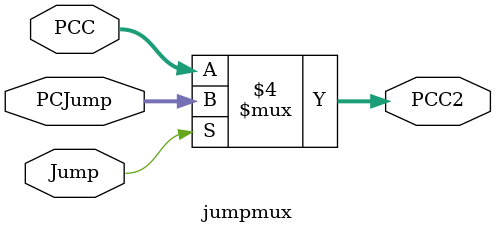
<source format=v>
`timescale 1ns / 1ps


module jumpmux(Jump, PCJump, PCC, PCC2);
input Jump;
input [31:0] PCJump, PCC;
output reg [31:0] PCC2;
always@(*) begin
if(Jump == 1'b1)
  PCC2 <= PCJump;
else
    PCC2 <= PCC;
end
endmodule

</source>
